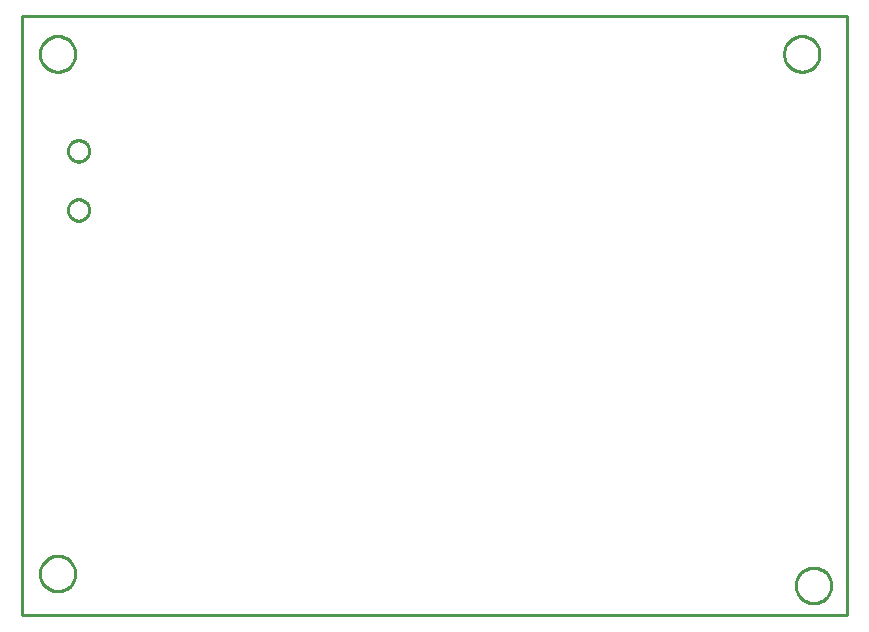
<source format=gbr>
G04 EAGLE Gerber RS-274X export*
G75*
%MOMM*%
%FSLAX34Y34*%
%LPD*%
%IN*%
%IPPOS*%
%AMOC8*
5,1,8,0,0,1.08239X$1,22.5*%
G01*
%ADD10C,0.254000*%


D10*
X0Y-25400D02*
X698500Y-25400D01*
X698500Y482000D01*
X0Y482000D01*
X0Y-25400D01*
X45000Y9464D02*
X44924Y8396D01*
X44771Y7335D01*
X44543Y6288D01*
X44241Y5260D01*
X43867Y4256D01*
X43422Y3281D01*
X42908Y2341D01*
X42329Y1440D01*
X41687Y582D01*
X40985Y-228D01*
X40228Y-985D01*
X39418Y-1687D01*
X38560Y-2329D01*
X37659Y-2908D01*
X36719Y-3422D01*
X35744Y-3867D01*
X34740Y-4241D01*
X33712Y-4543D01*
X32665Y-4771D01*
X31604Y-4924D01*
X30536Y-5000D01*
X29464Y-5000D01*
X28396Y-4924D01*
X27335Y-4771D01*
X26288Y-4543D01*
X25260Y-4241D01*
X24256Y-3867D01*
X23281Y-3422D01*
X22341Y-2908D01*
X21440Y-2329D01*
X20582Y-1687D01*
X19772Y-985D01*
X19015Y-228D01*
X18313Y582D01*
X17671Y1440D01*
X17092Y2341D01*
X16578Y3281D01*
X16133Y4256D01*
X15759Y5260D01*
X15457Y6288D01*
X15229Y7335D01*
X15076Y8396D01*
X15000Y9464D01*
X15000Y10536D01*
X15076Y11604D01*
X15229Y12665D01*
X15457Y13712D01*
X15759Y14740D01*
X16133Y15744D01*
X16578Y16719D01*
X17092Y17659D01*
X17671Y18560D01*
X18313Y19418D01*
X19015Y20228D01*
X19772Y20985D01*
X20582Y21687D01*
X21440Y22329D01*
X22341Y22908D01*
X23281Y23422D01*
X24256Y23867D01*
X25260Y24241D01*
X26288Y24543D01*
X27335Y24771D01*
X28396Y24924D01*
X29464Y25000D01*
X30536Y25000D01*
X31604Y24924D01*
X32665Y24771D01*
X33712Y24543D01*
X34740Y24241D01*
X35744Y23867D01*
X36719Y23422D01*
X37659Y22908D01*
X38560Y22329D01*
X39418Y21687D01*
X40228Y20985D01*
X40985Y20228D01*
X41687Y19418D01*
X42329Y18560D01*
X42908Y17659D01*
X43422Y16719D01*
X43867Y15744D01*
X44241Y14740D01*
X44543Y13712D01*
X44771Y12665D01*
X44924Y11604D01*
X45000Y10536D01*
X45000Y9464D01*
X45000Y449464D02*
X44924Y448396D01*
X44771Y447335D01*
X44543Y446288D01*
X44241Y445260D01*
X43867Y444256D01*
X43422Y443281D01*
X42908Y442341D01*
X42329Y441440D01*
X41687Y440582D01*
X40985Y439772D01*
X40228Y439015D01*
X39418Y438313D01*
X38560Y437671D01*
X37659Y437092D01*
X36719Y436578D01*
X35744Y436133D01*
X34740Y435759D01*
X33712Y435457D01*
X32665Y435229D01*
X31604Y435076D01*
X30536Y435000D01*
X29464Y435000D01*
X28396Y435076D01*
X27335Y435229D01*
X26288Y435457D01*
X25260Y435759D01*
X24256Y436133D01*
X23281Y436578D01*
X22341Y437092D01*
X21440Y437671D01*
X20582Y438313D01*
X19772Y439015D01*
X19015Y439772D01*
X18313Y440582D01*
X17671Y441440D01*
X17092Y442341D01*
X16578Y443281D01*
X16133Y444256D01*
X15759Y445260D01*
X15457Y446288D01*
X15229Y447335D01*
X15076Y448396D01*
X15000Y449464D01*
X15000Y450536D01*
X15076Y451604D01*
X15229Y452665D01*
X15457Y453712D01*
X15759Y454740D01*
X16133Y455744D01*
X16578Y456719D01*
X17092Y457659D01*
X17671Y458560D01*
X18313Y459418D01*
X19015Y460228D01*
X19772Y460985D01*
X20582Y461687D01*
X21440Y462329D01*
X22341Y462908D01*
X23281Y463422D01*
X24256Y463867D01*
X25260Y464241D01*
X26288Y464543D01*
X27335Y464771D01*
X28396Y464924D01*
X29464Y465000D01*
X30536Y465000D01*
X31604Y464924D01*
X32665Y464771D01*
X33712Y464543D01*
X34740Y464241D01*
X35744Y463867D01*
X36719Y463422D01*
X37659Y462908D01*
X38560Y462329D01*
X39418Y461687D01*
X40228Y460985D01*
X40985Y460228D01*
X41687Y459418D01*
X42329Y458560D01*
X42908Y457659D01*
X43422Y456719D01*
X43867Y455744D01*
X44241Y454740D01*
X44543Y453712D01*
X44771Y452665D01*
X44924Y451604D01*
X45000Y450536D01*
X45000Y449464D01*
X685000Y-536D02*
X684924Y-1604D01*
X684771Y-2665D01*
X684543Y-3712D01*
X684241Y-4740D01*
X683867Y-5744D01*
X683422Y-6719D01*
X682908Y-7659D01*
X682329Y-8560D01*
X681687Y-9418D01*
X680985Y-10228D01*
X680228Y-10985D01*
X679418Y-11687D01*
X678560Y-12329D01*
X677659Y-12908D01*
X676719Y-13422D01*
X675744Y-13867D01*
X674740Y-14241D01*
X673712Y-14543D01*
X672665Y-14771D01*
X671604Y-14924D01*
X670536Y-15000D01*
X669464Y-15000D01*
X668396Y-14924D01*
X667335Y-14771D01*
X666288Y-14543D01*
X665260Y-14241D01*
X664256Y-13867D01*
X663281Y-13422D01*
X662341Y-12908D01*
X661440Y-12329D01*
X660582Y-11687D01*
X659772Y-10985D01*
X659015Y-10228D01*
X658313Y-9418D01*
X657671Y-8560D01*
X657092Y-7659D01*
X656578Y-6719D01*
X656133Y-5744D01*
X655759Y-4740D01*
X655457Y-3712D01*
X655229Y-2665D01*
X655076Y-1604D01*
X655000Y-536D01*
X655000Y536D01*
X655076Y1604D01*
X655229Y2665D01*
X655457Y3712D01*
X655759Y4740D01*
X656133Y5744D01*
X656578Y6719D01*
X657092Y7659D01*
X657671Y8560D01*
X658313Y9418D01*
X659015Y10228D01*
X659772Y10985D01*
X660582Y11687D01*
X661440Y12329D01*
X662341Y12908D01*
X663281Y13422D01*
X664256Y13867D01*
X665260Y14241D01*
X666288Y14543D01*
X667335Y14771D01*
X668396Y14924D01*
X669464Y15000D01*
X670536Y15000D01*
X671604Y14924D01*
X672665Y14771D01*
X673712Y14543D01*
X674740Y14241D01*
X675744Y13867D01*
X676719Y13422D01*
X677659Y12908D01*
X678560Y12329D01*
X679418Y11687D01*
X680228Y10985D01*
X680985Y10228D01*
X681687Y9418D01*
X682329Y8560D01*
X682908Y7659D01*
X683422Y6719D01*
X683867Y5744D01*
X684241Y4740D01*
X684543Y3712D01*
X684771Y2665D01*
X684924Y1604D01*
X685000Y536D01*
X685000Y-536D01*
X675000Y449464D02*
X674924Y448396D01*
X674771Y447335D01*
X674543Y446288D01*
X674241Y445260D01*
X673867Y444256D01*
X673422Y443281D01*
X672908Y442341D01*
X672329Y441440D01*
X671687Y440582D01*
X670985Y439772D01*
X670228Y439015D01*
X669418Y438313D01*
X668560Y437671D01*
X667659Y437092D01*
X666719Y436578D01*
X665744Y436133D01*
X664740Y435759D01*
X663712Y435457D01*
X662665Y435229D01*
X661604Y435076D01*
X660536Y435000D01*
X659464Y435000D01*
X658396Y435076D01*
X657335Y435229D01*
X656288Y435457D01*
X655260Y435759D01*
X654256Y436133D01*
X653281Y436578D01*
X652341Y437092D01*
X651440Y437671D01*
X650582Y438313D01*
X649772Y439015D01*
X649015Y439772D01*
X648313Y440582D01*
X647671Y441440D01*
X647092Y442341D01*
X646578Y443281D01*
X646133Y444256D01*
X645759Y445260D01*
X645457Y446288D01*
X645229Y447335D01*
X645076Y448396D01*
X645000Y449464D01*
X645000Y450536D01*
X645076Y451604D01*
X645229Y452665D01*
X645457Y453712D01*
X645759Y454740D01*
X646133Y455744D01*
X646578Y456719D01*
X647092Y457659D01*
X647671Y458560D01*
X648313Y459418D01*
X649015Y460228D01*
X649772Y460985D01*
X650582Y461687D01*
X651440Y462329D01*
X652341Y462908D01*
X653281Y463422D01*
X654256Y463867D01*
X655260Y464241D01*
X656288Y464543D01*
X657335Y464771D01*
X658396Y464924D01*
X659464Y465000D01*
X660536Y465000D01*
X661604Y464924D01*
X662665Y464771D01*
X663712Y464543D01*
X664740Y464241D01*
X665744Y463867D01*
X666719Y463422D01*
X667659Y462908D01*
X668560Y462329D01*
X669418Y461687D01*
X670228Y460985D01*
X670985Y460228D01*
X671687Y459418D01*
X672329Y458560D01*
X672908Y457659D01*
X673422Y456719D01*
X673867Y455744D01*
X674241Y454740D01*
X674543Y453712D01*
X674771Y452665D01*
X674924Y451604D01*
X675000Y450536D01*
X675000Y449464D01*
X56700Y367507D02*
X56632Y366724D01*
X56495Y365950D01*
X56292Y365191D01*
X56023Y364453D01*
X55691Y363740D01*
X55298Y363060D01*
X54847Y362416D01*
X54342Y361814D01*
X53786Y361258D01*
X53184Y360753D01*
X52540Y360302D01*
X51860Y359909D01*
X51147Y359577D01*
X50409Y359308D01*
X49650Y359105D01*
X48876Y358969D01*
X48093Y358900D01*
X47307Y358900D01*
X46524Y358969D01*
X45750Y359105D01*
X44991Y359308D01*
X44253Y359577D01*
X43540Y359909D01*
X42860Y360302D01*
X42216Y360753D01*
X41614Y361258D01*
X41058Y361814D01*
X40553Y362416D01*
X40102Y363060D01*
X39709Y363740D01*
X39377Y364453D01*
X39108Y365191D01*
X38905Y365950D01*
X38769Y366724D01*
X38700Y367507D01*
X38700Y368293D01*
X38769Y369076D01*
X38905Y369850D01*
X39108Y370609D01*
X39377Y371347D01*
X39709Y372060D01*
X40102Y372740D01*
X40553Y373384D01*
X41058Y373986D01*
X41614Y374542D01*
X42216Y375047D01*
X42860Y375498D01*
X43540Y375891D01*
X44253Y376223D01*
X44991Y376492D01*
X45750Y376695D01*
X46524Y376832D01*
X47307Y376900D01*
X48093Y376900D01*
X48876Y376832D01*
X49650Y376695D01*
X50409Y376492D01*
X51147Y376223D01*
X51860Y375891D01*
X52540Y375498D01*
X53184Y375047D01*
X53786Y374542D01*
X54342Y373986D01*
X54847Y373384D01*
X55298Y372740D01*
X55691Y372060D01*
X56023Y371347D01*
X56292Y370609D01*
X56495Y369850D01*
X56632Y369076D01*
X56700Y368293D01*
X56700Y367507D01*
X56700Y317507D02*
X56632Y316724D01*
X56495Y315950D01*
X56292Y315191D01*
X56023Y314453D01*
X55691Y313740D01*
X55298Y313060D01*
X54847Y312416D01*
X54342Y311814D01*
X53786Y311258D01*
X53184Y310753D01*
X52540Y310302D01*
X51860Y309909D01*
X51147Y309577D01*
X50409Y309308D01*
X49650Y309105D01*
X48876Y308969D01*
X48093Y308900D01*
X47307Y308900D01*
X46524Y308969D01*
X45750Y309105D01*
X44991Y309308D01*
X44253Y309577D01*
X43540Y309909D01*
X42860Y310302D01*
X42216Y310753D01*
X41614Y311258D01*
X41058Y311814D01*
X40553Y312416D01*
X40102Y313060D01*
X39709Y313740D01*
X39377Y314453D01*
X39108Y315191D01*
X38905Y315950D01*
X38769Y316724D01*
X38700Y317507D01*
X38700Y318293D01*
X38769Y319076D01*
X38905Y319850D01*
X39108Y320609D01*
X39377Y321347D01*
X39709Y322060D01*
X40102Y322740D01*
X40553Y323384D01*
X41058Y323986D01*
X41614Y324542D01*
X42216Y325047D01*
X42860Y325498D01*
X43540Y325891D01*
X44253Y326223D01*
X44991Y326492D01*
X45750Y326695D01*
X46524Y326832D01*
X47307Y326900D01*
X48093Y326900D01*
X48876Y326832D01*
X49650Y326695D01*
X50409Y326492D01*
X51147Y326223D01*
X51860Y325891D01*
X52540Y325498D01*
X53184Y325047D01*
X53786Y324542D01*
X54342Y323986D01*
X54847Y323384D01*
X55298Y322740D01*
X55691Y322060D01*
X56023Y321347D01*
X56292Y320609D01*
X56495Y319850D01*
X56632Y319076D01*
X56700Y318293D01*
X56700Y317507D01*
M02*

</source>
